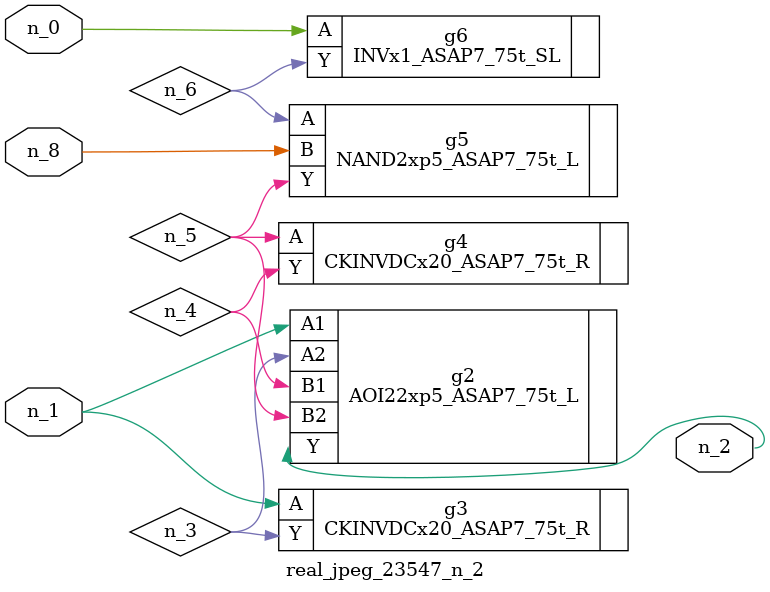
<source format=v>
module real_jpeg_23547_n_2 (n_8, n_1, n_0, n_2);

input n_8;
input n_1;
input n_0;

output n_2;

wire n_5;
wire n_4;
wire n_6;
wire n_3;

INVx1_ASAP7_75t_SL g6 ( 
.A(n_0),
.Y(n_6)
);

AOI22xp5_ASAP7_75t_L g2 ( 
.A1(n_1),
.A2(n_3),
.B1(n_4),
.B2(n_5),
.Y(n_2)
);

CKINVDCx20_ASAP7_75t_R g3 ( 
.A(n_1),
.Y(n_3)
);

CKINVDCx20_ASAP7_75t_R g4 ( 
.A(n_5),
.Y(n_4)
);

NAND2xp5_ASAP7_75t_L g5 ( 
.A(n_6),
.B(n_8),
.Y(n_5)
);


endmodule
</source>
